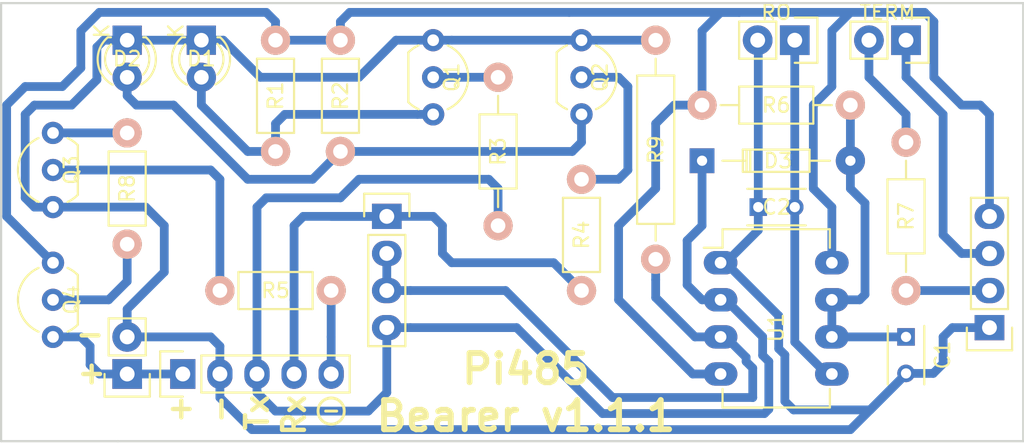
<source format=kicad_pcb>
(kicad_pcb (version 20160815) (host pcbnew "(2016-12-18 revision 3ffa37c)-master")

  (general
    (links 48)
    (no_connects 0)
    (area 29.044999 20.789999 101.0875 51.030001)
    (thickness 1.6)
    (drawings 27)
    (tracks 200)
    (zones 0)
    (modules 25)
    (nets 20)
  )

  (page User 200 119.99)
  (title_block
    (title "Pi485 Bearer")
    (date 2017-02-20)
    (rev 1.1.1)
    (company "Bryan Varner")
    (comment 1 "TTL UART -> RS485 Module")
  )

  (layers
    (0 F.Cu jumper)
    (31 B.Cu signal)
    (32 B.Adhes user)
    (33 F.Adhes user)
    (34 B.Paste user)
    (35 F.Paste user)
    (36 B.SilkS user)
    (37 F.SilkS user)
    (38 B.Mask user)
    (39 F.Mask user)
    (40 Dwgs.User user)
    (41 Cmts.User user)
    (42 Eco1.User user)
    (43 Eco2.User user)
    (44 Edge.Cuts user)
    (45 Margin user)
    (46 B.CrtYd user)
    (47 F.CrtYd user)
    (48 B.Fab user)
    (49 F.Fab user)
  )

  (setup
    (last_trace_width 0.6)
    (trace_clearance 0.5)
    (zone_clearance 0.508)
    (zone_45_only no)
    (trace_min 0.6)
    (segment_width 0.2)
    (edge_width 0.15)
    (via_size 0.8)
    (via_drill 0.4)
    (via_min_size 0.4)
    (via_min_drill 0.3)
    (uvia_size 0.3)
    (uvia_drill 0.1)
    (uvias_allowed no)
    (uvia_min_size 0.2)
    (uvia_min_drill 0.1)
    (pcb_text_width 0.3)
    (pcb_text_size 1.5 1.5)
    (mod_edge_width 0.15)
    (mod_text_size 1 1)
    (mod_text_width 0.15)
    (pad_size 2 2)
    (pad_drill 0.70104)
    (pad_to_mask_clearance 0.2)
    (aux_axis_origin 37.465 20.955)
    (grid_origin 37.465 20.955)
    (visible_elements FFFFFF7F)
    (pcbplotparams
      (layerselection 0x00000_fffffffe)
      (usegerberextensions false)
      (excludeedgelayer true)
      (linewidth 0.100000)
      (plotframeref false)
      (viasonmask false)
      (mode 1)
      (useauxorigin false)
      (hpglpennumber 1)
      (hpglpenspeed 20)
      (hpglpendiameter 15)
      (psnegative false)
      (psa4output false)
      (plotreference true)
      (plotvalue true)
      (plotinvisibletext false)
      (padsonsilk false)
      (subtractmaskfromsilk false)
      (outputformat 5)
      (mirror false)
      (drillshape 1)
      (scaleselection 1)
      (outputdirectory plots/))
  )

  (net 0 "")
  (net 1 "Net-(C1-Pad1)")
  (net 2 GND)
  (net 3 "Net-(D1-Pad2)")
  (net 4 "Net-(D2-Pad2)")
  (net 5 "/(TXDO)_GPIO14")
  (net 6 VCC)
  (net 7 "/(RXDO)_GPIO15")
  (net 8 "/(485PWR)_GPIO18")
  (net 9 "Net-(P4-Pad2)")
  (net 10 /lctec485/B)
  (net 11 "Net-(Q1-Pad2)")
  (net 12 "Net-(Q2-Pad2)")
  (net 13 "Net-(Q3-Pad2)")
  (net 14 /lctec485/DE)
  (net 15 /lctec485/A)
  (net 16 "Net-(Q3-Pad3)")
  (net 17 "Net-(Q4-Pad2)")
  (net 18 /lctec485/VCIN)
  (net 19 "Net-(C2-Pad2)")

  (net_class Default "This is the default net class."
    (clearance 0.5)
    (trace_width 0.6)
    (via_dia 0.8)
    (via_drill 0.4)
    (uvia_dia 0.3)
    (uvia_drill 0.1)
    (diff_pair_gap 0.25)
    (diff_pair_width 0.6)
    (add_net "/(485PWR)_GPIO18")
    (add_net "/(RXDO)_GPIO15")
    (add_net "/(TXDO)_GPIO14")
    (add_net /lctec485/A)
    (add_net /lctec485/B)
    (add_net /lctec485/DE)
    (add_net /lctec485/VCIN)
    (add_net GND)
    (add_net "Net-(C1-Pad1)")
    (add_net "Net-(C2-Pad2)")
    (add_net "Net-(D1-Pad2)")
    (add_net "Net-(D2-Pad2)")
    (add_net "Net-(P4-Pad2)")
    (add_net "Net-(Q1-Pad2)")
    (add_net "Net-(Q2-Pad2)")
    (add_net "Net-(Q3-Pad2)")
    (add_net "Net-(Q3-Pad3)")
    (add_net "Net-(Q4-Pad2)")
    (add_net VCC)
  )

  (module Capacitors_THT:C_Rect_L4_W2.5_P2.5 (layer F.Cu) (tedit 0) (tstamp 58B25A67)
    (at 91.44 43.815 270)
    (descr "Film Capacitor Length 4mm x Width 2.5mm, Pitch 2.5mm")
    (tags Capacitor)
    (path /5881B0E4)
    (fp_text reference C1 (at 1.25 -2.5 270) (layer F.SilkS)
      (effects (font (size 1 1) (thickness 0.15)))
    )
    (fp_text value 10nF (at 1.25 2.5 270) (layer F.Fab)
      (effects (font (size 1 1) (thickness 0.15)))
    )
    (fp_line (start -1 -1.5) (end 3.5 -1.5) (layer F.CrtYd) (width 0.05))
    (fp_line (start 3.5 -1.5) (end 3.5 1.5) (layer F.CrtYd) (width 0.05))
    (fp_line (start 3.5 1.5) (end -1 1.5) (layer F.CrtYd) (width 0.05))
    (fp_line (start -1 1.5) (end -1 -1.5) (layer F.CrtYd) (width 0.05))
    (fp_line (start -0.75 -1.25) (end 3.25 -1.25) (layer F.SilkS) (width 0.15))
    (fp_line (start -0.75 1.25) (end 3.25 1.25) (layer F.SilkS) (width 0.15))
    (pad 1 thru_hole rect (at 0 0 270) (size 1.2 1.2) (drill 0.7) (layers *.Cu *.Mask)
      (net 1 "Net-(C1-Pad1)"))
    (pad 2 thru_hole circle (at 2.5 0 270) (size 1.2 1.2) (drill 0.7) (layers *.Cu *.Mask)
      (net 2 GND))
  )

  (module Resistors_THT:Resistor_Horizontal_RM7mm (layer F.Cu) (tedit 569FCF07) (tstamp 58B2476A)
    (at 69.215 33.02 270)
    (descr "Resistor, Axial,  RM 7.62mm, 1/3W,")
    (tags "Resistor Axial RM 7.62mm 1/3W R3")
    (path /5881B0F9)
    (fp_text reference R4 (at 3.81 0 270) (layer F.SilkS)
      (effects (font (size 1 1) (thickness 0.15)))
    )
    (fp_text value 270 (at 3.81 1.905 270) (layer F.Fab)
      (effects (font (size 1 1) (thickness 0.15)))
    )
    (fp_line (start -1.25 -1.5) (end 8.85 -1.5) (layer F.CrtYd) (width 0.05))
    (fp_line (start -1.25 1.5) (end -1.25 -1.5) (layer F.CrtYd) (width 0.05))
    (fp_line (start 8.85 -1.5) (end 8.85 1.5) (layer F.CrtYd) (width 0.05))
    (fp_line (start -1.25 1.5) (end 8.85 1.5) (layer F.CrtYd) (width 0.05))
    (fp_line (start 1.27 -1.27) (end 6.35 -1.27) (layer F.SilkS) (width 0.15))
    (fp_line (start 6.35 -1.27) (end 6.35 1.27) (layer F.SilkS) (width 0.15))
    (fp_line (start 6.35 1.27) (end 1.27 1.27) (layer F.SilkS) (width 0.15))
    (fp_line (start 1.27 1.27) (end 1.27 -1.27) (layer F.SilkS) (width 0.15))
    (pad 1 thru_hole circle (at 0 0 270) (size 1.99898 1.99898) (drill 1.00076) (layers *.Cu *.SilkS *.Mask)
      (net 12 "Net-(Q2-Pad2)"))
    (pad 2 thru_hole circle (at 7.62 0 270) (size 1.99898 1.99898) (drill 1.00076) (layers *.Cu *.SilkS *.Mask)
      (net 7 "/(RXDO)_GPIO15"))
  )

  (module Capacitors_THT:C_Rect_L4_W2.5_P2.5 (layer F.Cu) (tedit 0) (tstamp 58B24103)
    (at 81.32 34.925)
    (descr "Film Capacitor Length 4mm x Width 2.5mm, Pitch 2.5mm")
    (tags Capacitor)
    (path /58A86CE6)
    (fp_text reference C2 (at 1.25 0) (layer F.SilkS)
      (effects (font (size 1 1) (thickness 0.15)))
    )
    (fp_text value 10nF (at 1.23 -1.905) (layer F.Fab)
      (effects (font (size 1 1) (thickness 0.15)))
    )
    (fp_line (start -1 -1.5) (end 3.5 -1.5) (layer F.CrtYd) (width 0.05))
    (fp_line (start 3.5 -1.5) (end 3.5 1.5) (layer F.CrtYd) (width 0.05))
    (fp_line (start 3.5 1.5) (end -1 1.5) (layer F.CrtYd) (width 0.05))
    (fp_line (start -1 1.5) (end -1 -1.5) (layer F.CrtYd) (width 0.05))
    (fp_line (start -0.75 -1.25) (end 3.25 -1.25) (layer F.SilkS) (width 0.15))
    (fp_line (start -0.75 1.25) (end 3.25 1.25) (layer F.SilkS) (width 0.15))
    (pad 1 thru_hole rect (at 0 0) (size 1.2 1.2) (drill 0.7) (layers *.Cu *.Mask)
      (net 2 GND))
    (pad 2 thru_hole circle (at 2.5 0) (size 1.2 1.2) (drill 0.7) (layers *.Cu *.Mask)
      (net 19 "Net-(C2-Pad2)"))
  )

  (module Resistors_THT:Resistor_Horizontal_RM15mm (layer F.Cu) (tedit 569FCEE8) (tstamp 58B22E09)
    (at 74.295 38.495 90)
    (descr "Resistor, Axial, RM 15mm,")
    (tags "Resistor Axial RM 15mm")
    (path /58A868D1)
    (fp_text reference R9 (at 7.5 0 90) (layer F.SilkS)
      (effects (font (size 1 1) (thickness 0.15)))
    )
    (fp_text value 4.7k (at 7.38 -1.905 90) (layer F.Fab)
      (effects (font (size 1 1) (thickness 0.15)))
    )
    (fp_line (start -1.25 1.5) (end -1.25 -1.5) (layer F.CrtYd) (width 0.05))
    (fp_line (start -1.25 -1.5) (end 16.25 -1.5) (layer F.CrtYd) (width 0.05))
    (fp_line (start 16.25 -1.5) (end 16.25 1.5) (layer F.CrtYd) (width 0.05))
    (fp_line (start 16.25 1.5) (end -1.25 1.5) (layer F.CrtYd) (width 0.05))
    (fp_line (start 2.42 -1.27) (end 2.42 1.27) (layer F.SilkS) (width 0.15))
    (fp_line (start 2.42 1.27) (end 12.58 1.27) (layer F.SilkS) (width 0.15))
    (fp_line (start 12.58 1.27) (end 12.58 -1.27) (layer F.SilkS) (width 0.15))
    (fp_line (start 12.58 -1.27) (end 2.42 -1.27) (layer F.SilkS) (width 0.15))
    (fp_line (start 13.73 0) (end 12.58 0) (layer F.SilkS) (width 0.15))
    (fp_line (start 1.27 0) (end 2.42 0) (layer F.SilkS) (width 0.15))
    (pad 1 thru_hole circle (at 0 0 90) (size 1.99898 1.99898) (drill 1.00076) (layers *.Cu *.SilkS *.Mask)
      (net 14 /lctec485/DE))
    (pad 2 thru_hole circle (at 15 0 90) (size 1.99898 1.99898) (drill 1.00076) (layers *.Cu *.SilkS *.Mask)
      (net 2 GND))
    (model Resistors_ThroughHole.3dshapes/Resistor_Horizontal_RM15mm.wrl
      (at (xyz 0.295 0 0))
      (scale (xyz 0.395 0.4 0.4))
      (rotate (xyz 0 0 0))
    )
  )

  (module Resistors_THT:Resistor_Horizontal_RM7mm (layer F.Cu) (tedit 569FCF07) (tstamp 5881ECC2)
    (at 48.26 31.115 90)
    (descr "Resistor, Axial,  RM 7.62mm, 1/3W,")
    (tags "Resistor Axial RM 7.62mm 1/3W R3")
    (path /5881B0F7)
    (fp_text reference R1 (at 3.81 0 270) (layer F.SilkS)
      (effects (font (size 1 1) (thickness 0.15)))
    )
    (fp_text value 200 (at 3.81 -1.905 90) (layer F.Fab)
      (effects (font (size 1 1) (thickness 0.15)))
    )
    (fp_line (start 1.27 1.27) (end 1.27 -1.27) (layer F.SilkS) (width 0.15))
    (fp_line (start 6.35 1.27) (end 1.27 1.27) (layer F.SilkS) (width 0.15))
    (fp_line (start 6.35 -1.27) (end 6.35 1.27) (layer F.SilkS) (width 0.15))
    (fp_line (start 1.27 -1.27) (end 6.35 -1.27) (layer F.SilkS) (width 0.15))
    (fp_line (start -1.25 1.5) (end 8.85 1.5) (layer F.CrtYd) (width 0.05))
    (fp_line (start 8.85 -1.5) (end 8.85 1.5) (layer F.CrtYd) (width 0.05))
    (fp_line (start -1.25 1.5) (end -1.25 -1.5) (layer F.CrtYd) (width 0.05))
    (fp_line (start -1.25 -1.5) (end 8.85 -1.5) (layer F.CrtYd) (width 0.05))
    (pad 2 thru_hole circle (at 7.62 0 90) (size 1.99898 1.99898) (drill 1.00076) (layers *.Cu *.SilkS *.Mask)
      (net 18 /lctec485/VCIN))
    (pad 1 thru_hole circle (at 0 0 90) (size 1.99898 1.99898) (drill 1.00076) (layers *.Cu *.SilkS *.Mask)
      (net 3 "Net-(D1-Pad2)"))
  )

  (module Resistors_THT:Resistor_Horizontal_RM7mm (layer F.Cu) (tedit 569FCF07) (tstamp 5881ECD2)
    (at 52.705 31.115 90)
    (descr "Resistor, Axial,  RM 7.62mm, 1/3W,")
    (tags "Resistor Axial RM 7.62mm 1/3W R3")
    (path /5881B0F6)
    (fp_text reference R2 (at 3.81 0 270) (layer F.SilkS)
      (effects (font (size 1 1) (thickness 0.15)))
    )
    (fp_text value 200 (at 3.81 -1.905 90) (layer F.Fab)
      (effects (font (size 1 1) (thickness 0.15)))
    )
    (fp_line (start 1.27 1.27) (end 1.27 -1.27) (layer F.SilkS) (width 0.15))
    (fp_line (start 6.35 1.27) (end 1.27 1.27) (layer F.SilkS) (width 0.15))
    (fp_line (start 6.35 -1.27) (end 6.35 1.27) (layer F.SilkS) (width 0.15))
    (fp_line (start 1.27 -1.27) (end 6.35 -1.27) (layer F.SilkS) (width 0.15))
    (fp_line (start -1.25 1.5) (end 8.85 1.5) (layer F.CrtYd) (width 0.05))
    (fp_line (start 8.85 -1.5) (end 8.85 1.5) (layer F.CrtYd) (width 0.05))
    (fp_line (start -1.25 1.5) (end -1.25 -1.5) (layer F.CrtYd) (width 0.05))
    (fp_line (start -1.25 -1.5) (end 8.85 -1.5) (layer F.CrtYd) (width 0.05))
    (pad 2 thru_hole circle (at 7.62 0 90) (size 1.99898 1.99898) (drill 1.00076) (layers *.Cu *.SilkS *.Mask)
      (net 18 /lctec485/VCIN))
    (pad 1 thru_hole circle (at 0 0 90) (size 1.99898 1.99898) (drill 1.00076) (layers *.Cu *.SilkS *.Mask)
      (net 4 "Net-(D2-Pad2)"))
  )

  (module Resistors_THT:Resistor_Horizontal_RM7mm (layer F.Cu) (tedit 569FCF07) (tstamp 5881ED02)
    (at 52.07 40.64 180)
    (descr "Resistor, Axial,  RM 7.62mm, 1/3W,")
    (tags "Resistor Axial RM 7.62mm 1/3W R3")
    (path /5881B0FE)
    (fp_text reference R5 (at 3.81 0) (layer F.SilkS)
      (effects (font (size 1 1) (thickness 0.15)))
    )
    (fp_text value 270 (at 3.81 1.905 180) (layer F.Fab)
      (effects (font (size 1 1) (thickness 0.15)))
    )
    (fp_line (start 1.27 1.27) (end 1.27 -1.27) (layer F.SilkS) (width 0.15))
    (fp_line (start 6.35 1.27) (end 1.27 1.27) (layer F.SilkS) (width 0.15))
    (fp_line (start 6.35 -1.27) (end 6.35 1.27) (layer F.SilkS) (width 0.15))
    (fp_line (start 1.27 -1.27) (end 6.35 -1.27) (layer F.SilkS) (width 0.15))
    (fp_line (start -1.25 1.5) (end 8.85 1.5) (layer F.CrtYd) (width 0.05))
    (fp_line (start 8.85 -1.5) (end 8.85 1.5) (layer F.CrtYd) (width 0.05))
    (fp_line (start -1.25 1.5) (end -1.25 -1.5) (layer F.CrtYd) (width 0.05))
    (fp_line (start -1.25 -1.5) (end 8.85 -1.5) (layer F.CrtYd) (width 0.05))
    (pad 2 thru_hole circle (at 7.62 0 180) (size 1.99898 1.99898) (drill 1.00076) (layers *.Cu *.SilkS *.Mask)
      (net 13 "Net-(Q3-Pad2)"))
    (pad 1 thru_hole circle (at 0 0 180) (size 1.99898 1.99898) (drill 1.00076) (layers *.Cu *.SilkS *.Mask)
      (net 8 "/(485PWR)_GPIO18"))
  )

  (module Resistors_THT:Resistor_Horizontal_RM7mm (layer F.Cu) (tedit 569FCF07) (tstamp 58A0E58A)
    (at 38.1 29.845 270)
    (descr "Resistor, Axial,  RM 7.62mm, 1/3W,")
    (tags "Resistor Axial RM 7.62mm 1/3W R3")
    (path /58A10B33)
    (fp_text reference R8 (at 3.81 0 90) (layer F.SilkS)
      (effects (font (size 1 1) (thickness 0.15)))
    )
    (fp_text value 270 (at 3.81 1.905 270) (layer F.Fab)
      (effects (font (size 1 1) (thickness 0.15)))
    )
    (fp_line (start 1.27 1.27) (end 1.27 -1.27) (layer F.SilkS) (width 0.15))
    (fp_line (start 6.35 1.27) (end 1.27 1.27) (layer F.SilkS) (width 0.15))
    (fp_line (start 6.35 -1.27) (end 6.35 1.27) (layer F.SilkS) (width 0.15))
    (fp_line (start 1.27 -1.27) (end 6.35 -1.27) (layer F.SilkS) (width 0.15))
    (fp_line (start -1.25 1.5) (end 8.85 1.5) (layer F.CrtYd) (width 0.05))
    (fp_line (start 8.85 -1.5) (end 8.85 1.5) (layer F.CrtYd) (width 0.05))
    (fp_line (start -1.25 1.5) (end -1.25 -1.5) (layer F.CrtYd) (width 0.05))
    (fp_line (start -1.25 -1.5) (end 8.85 -1.5) (layer F.CrtYd) (width 0.05))
    (pad 2 thru_hole circle (at 7.62 0 270) (size 1.99898 1.99898) (drill 1.00076) (layers *.Cu *.SilkS *.Mask)
      (net 17 "Net-(Q4-Pad2)"))
    (pad 1 thru_hole circle (at 0 0 270) (size 1.99898 1.99898) (drill 1.00076) (layers *.Cu *.SilkS *.Mask)
      (net 16 "Net-(Q3-Pad3)"))
  )

  (module Resistors_THT:Resistor_Horizontal_RM10mm (layer F.Cu) (tedit 56648415) (tstamp 5881ECE2)
    (at 63.5 26.035 270)
    (descr "Resistor, Axial,  RM 10mm, 1/3W")
    (tags "Resistor Axial RM 10mm 1/3W")
    (path /5881B0F8)
    (fp_text reference R3 (at 5.08 0 270) (layer F.SilkS)
      (effects (font (size 1 1) (thickness 0.15)))
    )
    (fp_text value 270 (at 5.08 1.905 270) (layer F.Fab)
      (effects (font (size 1 1) (thickness 0.15)))
    )
    (fp_line (start 7.62 0) (end 8.89 0) (layer F.SilkS) (width 0.15))
    (fp_line (start 2.54 0) (end 1.27 0) (layer F.SilkS) (width 0.15))
    (fp_line (start 2.54 1.27) (end 2.54 -1.27) (layer F.SilkS) (width 0.15))
    (fp_line (start 7.62 1.27) (end 2.54 1.27) (layer F.SilkS) (width 0.15))
    (fp_line (start 7.62 -1.27) (end 7.62 1.27) (layer F.SilkS) (width 0.15))
    (fp_line (start 2.54 -1.27) (end 7.62 -1.27) (layer F.SilkS) (width 0.15))
    (fp_line (start -1.25 1.5) (end 11.4 1.5) (layer F.CrtYd) (width 0.05))
    (fp_line (start 11.4 -1.5) (end 11.4 1.5) (layer F.CrtYd) (width 0.05))
    (fp_line (start -1.25 1.5) (end -1.25 -1.5) (layer F.CrtYd) (width 0.05))
    (fp_line (start -1.25 -1.5) (end 11.4 -1.5) (layer F.CrtYd) (width 0.05))
    (pad 2 thru_hole circle (at 10.16 0 270) (size 1.99898 1.99898) (drill 1.00076) (layers *.Cu *.SilkS *.Mask)
      (net 5 "/(TXDO)_GPIO14"))
    (pad 1 thru_hole circle (at 0 0 270) (size 1.99898 1.99898) (drill 1.00076) (layers *.Cu *.SilkS *.Mask)
      (net 11 "Net-(Q1-Pad2)"))
    (model Resistors_ThroughHole.3dshapes/Resistor_Horizontal_RM10mm.wrl
      (at (xyz 0.2 0 0))
      (scale (xyz 0.4 0.4 0.4))
      (rotate (xyz 0 0 0))
    )
  )

  (module TO_SOT_Packages_THT:TO-92_Inline_Wide (layer F.Cu) (tedit 54F242B4) (tstamp 5881EC92)
    (at 59.055 23.495 270)
    (descr "TO-92 leads in-line, wide, drill 0.8mm (see NXP sot054_po.pdf)")
    (tags "to-92 sc-43 sc-43a sot54 PA33 transistor")
    (path /5881B0F2)
    (fp_text reference Q1 (at 2.54 -1.27 270) (layer F.SilkS)
      (effects (font (size 1 1) (thickness 0.15)))
    )
    (fp_text value 2N3904 (at 2.54 2.54 270) (layer F.Fab)
      (effects (font (size 1 1) (thickness 0.15)))
    )
    (fp_line (start 6.1 1.95) (end 6.1 -2.65) (layer F.CrtYd) (width 0.05))
    (fp_line (start -1 -2.65) (end 6.1 -2.65) (layer F.CrtYd) (width 0.05))
    (fp_arc (start 2.54 0) (end 2.54 -2.4) (angle 65.55604127) (layer F.SilkS) (width 0.15))
    (fp_arc (start 2.54 0) (end 2.54 -2.4) (angle -65.55604127) (layer F.SilkS) (width 0.15))
    (fp_line (start 0.84 1.7) (end 4.24 1.7) (layer F.SilkS) (width 0.15))
    (fp_line (start -1 1.95) (end 6.1 1.95) (layer F.CrtYd) (width 0.05))
    (fp_line (start -1 1.95) (end -1 -2.65) (layer F.CrtYd) (width 0.05))
    (fp_arc (start 2.54 0) (end 4.24 1.7) (angle -20.5) (layer F.SilkS) (width 0.15))
    (fp_arc (start 2.54 0) (end 0.84 1.7) (angle 20.5) (layer F.SilkS) (width 0.15))
    (pad 1 thru_hole circle (at 0 0) (size 1.524 1.524) (drill 0.8) (layers *.Cu *.Mask)
      (net 2 GND))
    (pad 3 thru_hole circle (at 5.08 0) (size 1.524 1.524) (drill 0.8) (layers *.Cu *.Mask)
      (net 3 "Net-(D1-Pad2)"))
    (pad 2 thru_hole circle (at 2.54 0) (size 1.524 1.524) (drill 0.8) (layers *.Cu *.Mask)
      (net 11 "Net-(Q1-Pad2)"))
    (model TO_SOT_Packages_THT.3dshapes/TO-92_Inline_Wide.wrl
      (at (xyz 0.1 0 0))
      (scale (xyz 1 1 1))
      (rotate (xyz 0 0 -90))
    )
  )

  (module TO_SOT_Packages_THT:TO-92_Inline_Wide (layer F.Cu) (tedit 54F242B4) (tstamp 58A0E442)
    (at 33.02 43.815 90)
    (descr "TO-92 leads in-line, wide, drill 0.8mm (see NXP sot054_po.pdf)")
    (tags "to-92 sc-43 sc-43a sot54 PA33 transistor")
    (path /58A10CFB)
    (fp_text reference Q4 (at 2.54 1.27 90) (layer F.SilkS)
      (effects (font (size 1 1) (thickness 0.15)))
    )
    (fp_text value 2N3906 (at 2.54 -1.905 90) (layer F.Fab)
      (effects (font (size 1 1) (thickness 0.15)))
    )
    (fp_arc (start 2.54 0) (end 0.84 1.7) (angle 20.5) (layer F.SilkS) (width 0.15))
    (fp_arc (start 2.54 0) (end 4.24 1.7) (angle -20.5) (layer F.SilkS) (width 0.15))
    (fp_line (start -1 1.95) (end -1 -2.65) (layer F.CrtYd) (width 0.05))
    (fp_line (start -1 1.95) (end 6.1 1.95) (layer F.CrtYd) (width 0.05))
    (fp_line (start 0.84 1.7) (end 4.24 1.7) (layer F.SilkS) (width 0.15))
    (fp_arc (start 2.54 0) (end 2.54 -2.4) (angle -65.55604127) (layer F.SilkS) (width 0.15))
    (fp_arc (start 2.54 0) (end 2.54 -2.4) (angle 65.55604127) (layer F.SilkS) (width 0.15))
    (fp_line (start -1 -2.65) (end 6.1 -2.65) (layer F.CrtYd) (width 0.05))
    (fp_line (start 6.1 1.95) (end 6.1 -2.65) (layer F.CrtYd) (width 0.05))
    (pad 2 thru_hole circle (at 2.54 0 180) (size 1.524 1.524) (drill 0.8) (layers *.Cu *.Mask)
      (net 17 "Net-(Q4-Pad2)"))
    (pad 3 thru_hole circle (at 5.08 0 180) (size 1.524 1.524) (drill 0.8) (layers *.Cu *.Mask)
      (net 18 /lctec485/VCIN))
    (pad 1 thru_hole circle (at 0 0 180) (size 1.524 1.524) (drill 0.8) (layers *.Cu *.Mask)
      (net 6 VCC))
    (model TO_SOT_Packages_THT.3dshapes/TO-92_Inline_Wide.wrl
      (at (xyz 0.1 0 0))
      (scale (xyz 1 1 1))
      (rotate (xyz 0 0 -90))
    )
  )

  (module TO_SOT_Packages_THT:TO-92_Inline_Wide (layer F.Cu) (tedit 54F242B4) (tstamp 5881ECB2)
    (at 33.02 34.925 90)
    (descr "TO-92 leads in-line, wide, drill 0.8mm (see NXP sot054_po.pdf)")
    (tags "to-92 sc-43 sc-43a sot54 PA33 transistor")
    (path /5881B0FF)
    (fp_text reference Q3 (at 2.54 1.27 90) (layer F.SilkS)
      (effects (font (size 1 1) (thickness 0.15)))
    )
    (fp_text value 2N3904 (at 2.54 -1.905 90) (layer F.Fab)
      (effects (font (size 1 1) (thickness 0.15)))
    )
    (fp_line (start 6.1 1.95) (end 6.1 -2.65) (layer F.CrtYd) (width 0.05))
    (fp_line (start -1 -2.65) (end 6.1 -2.65) (layer F.CrtYd) (width 0.05))
    (fp_arc (start 2.54 0) (end 2.54 -2.4) (angle 65.55604127) (layer F.SilkS) (width 0.15))
    (fp_arc (start 2.54 0) (end 2.54 -2.4) (angle -65.55604127) (layer F.SilkS) (width 0.15))
    (fp_line (start 0.84 1.7) (end 4.24 1.7) (layer F.SilkS) (width 0.15))
    (fp_line (start -1 1.95) (end 6.1 1.95) (layer F.CrtYd) (width 0.05))
    (fp_line (start -1 1.95) (end -1 -2.65) (layer F.CrtYd) (width 0.05))
    (fp_arc (start 2.54 0) (end 4.24 1.7) (angle -20.5) (layer F.SilkS) (width 0.15))
    (fp_arc (start 2.54 0) (end 0.84 1.7) (angle 20.5) (layer F.SilkS) (width 0.15))
    (pad 1 thru_hole circle (at 0 0 180) (size 1.524 1.524) (drill 0.8) (layers *.Cu *.Mask)
      (net 2 GND))
    (pad 3 thru_hole circle (at 5.08 0 180) (size 1.524 1.524) (drill 0.8) (layers *.Cu *.Mask)
      (net 16 "Net-(Q3-Pad3)"))
    (pad 2 thru_hole circle (at 2.54 0 180) (size 1.524 1.524) (drill 0.8) (layers *.Cu *.Mask)
      (net 13 "Net-(Q3-Pad2)"))
    (model TO_SOT_Packages_THT.3dshapes/TO-92_Inline_Wide.wrl
      (at (xyz 0.1 0 0))
      (scale (xyz 1 1 1))
      (rotate (xyz 0 0 -90))
    )
  )

  (module TO_SOT_Packages_THT:TO-92_Inline_Wide (layer F.Cu) (tedit 54F242B4) (tstamp 5881ECA2)
    (at 69.215 23.495 270)
    (descr "TO-92 leads in-line, wide, drill 0.8mm (see NXP sot054_po.pdf)")
    (tags "to-92 sc-43 sc-43a sot54 PA33 transistor")
    (path /5881B0F3)
    (fp_text reference Q2 (at 2.54 -1.27 270) (layer F.SilkS)
      (effects (font (size 1 1) (thickness 0.15)))
    )
    (fp_text value 2N3904 (at 2.54 2.54 270) (layer F.Fab)
      (effects (font (size 1 1) (thickness 0.15)))
    )
    (fp_line (start 6.1 1.95) (end 6.1 -2.65) (layer F.CrtYd) (width 0.05))
    (fp_line (start -1 -2.65) (end 6.1 -2.65) (layer F.CrtYd) (width 0.05))
    (fp_arc (start 2.54 0) (end 2.54 -2.4) (angle 65.55604127) (layer F.SilkS) (width 0.15))
    (fp_arc (start 2.54 0) (end 2.54 -2.4) (angle -65.55604127) (layer F.SilkS) (width 0.15))
    (fp_line (start 0.84 1.7) (end 4.24 1.7) (layer F.SilkS) (width 0.15))
    (fp_line (start -1 1.95) (end 6.1 1.95) (layer F.CrtYd) (width 0.05))
    (fp_line (start -1 1.95) (end -1 -2.65) (layer F.CrtYd) (width 0.05))
    (fp_arc (start 2.54 0) (end 4.24 1.7) (angle -20.5) (layer F.SilkS) (width 0.15))
    (fp_arc (start 2.54 0) (end 0.84 1.7) (angle 20.5) (layer F.SilkS) (width 0.15))
    (pad 1 thru_hole circle (at 0 0) (size 1.524 1.524) (drill 0.8) (layers *.Cu *.Mask)
      (net 2 GND))
    (pad 3 thru_hole circle (at 5.08 0) (size 1.524 1.524) (drill 0.8) (layers *.Cu *.Mask)
      (net 4 "Net-(D2-Pad2)"))
    (pad 2 thru_hole circle (at 2.54 0) (size 1.524 1.524) (drill 0.8) (layers *.Cu *.Mask)
      (net 12 "Net-(Q2-Pad2)"))
    (model TO_SOT_Packages_THT.3dshapes/TO-92_Inline_Wide.wrl
      (at (xyz 0.1 0 0))
      (scale (xyz 1 1 1))
      (rotate (xyz 0 0 -90))
    )
  )

  (module Pin_Headers:Pin_Header_Straight_1x02 (layer F.Cu) (tedit 58A52526) (tstamp 589EA343)
    (at 91.44 23.495 270)
    (descr "Through hole pin header")
    (tags "pin header")
    (path /5881F5E0)
    (fp_text reference P4 (at 0.635 5.08 180) (layer F.SilkS) hide
      (effects (font (size 1 1) (thickness 0.15)))
    )
    (fp_text value TERM (at -1.905 1.27 180) (layer F.SilkS)
      (effects (font (size 1 1) (thickness 0.15)))
    )
    (fp_line (start -1.27 3.81) (end 1.27 3.81) (layer F.SilkS) (width 0.15))
    (fp_line (start -1.27 1.27) (end -1.27 3.81) (layer F.SilkS) (width 0.15))
    (fp_line (start -1.55 -1.55) (end 1.55 -1.55) (layer F.SilkS) (width 0.15))
    (fp_line (start -1.55 0) (end -1.55 -1.55) (layer F.SilkS) (width 0.15))
    (fp_line (start 1.27 1.27) (end -1.27 1.27) (layer F.SilkS) (width 0.15))
    (fp_line (start -1.75 4.3) (end 1.75 4.3) (layer F.CrtYd) (width 0.05))
    (fp_line (start -1.75 -1.75) (end 1.75 -1.75) (layer F.CrtYd) (width 0.05))
    (fp_line (start 1.75 -1.75) (end 1.75 4.3) (layer F.CrtYd) (width 0.05))
    (fp_line (start -1.75 -1.75) (end -1.75 4.3) (layer F.CrtYd) (width 0.05))
    (fp_line (start 1.55 -1.55) (end 1.55 0) (layer F.SilkS) (width 0.15))
    (fp_line (start 1.27 1.27) (end 1.27 3.81) (layer F.SilkS) (width 0.15))
    (pad 2 thru_hole oval (at 0 2.54 270) (size 2.032 2.032) (drill 1.016) (layers *.Cu *.Mask)
      (net 9 "Net-(P4-Pad2)"))
    (pad 1 thru_hole rect (at 0 0 270) (size 2.032 2.032) (drill 1.016) (layers *.Cu *.Mask)
      (net 10 /lctec485/B))
    (model Pin_Headers.3dshapes/Pin_Header_Straight_1x02.wrl
      (at (xyz 0 -0.05 0))
      (scale (xyz 1 1 1))
      (rotate (xyz 0 0 90))
    )
  )

  (module Pin_Headers:Pin_Header_Straight_1x02 (layer F.Cu) (tedit 58A52529) (tstamp 589EA312)
    (at 83.82 23.495 270)
    (descr "Through hole pin header")
    (tags "pin header")
    (path /5881B0FD)
    (fp_text reference P3 (at -0.635 -3.175) (layer F.SilkS) hide
      (effects (font (size 1 1) (thickness 0.15)))
    )
    (fp_text value RO (at -1.905 1.27) (layer F.SilkS)
      (effects (font (size 1 1) (thickness 0.15)))
    )
    (fp_line (start 1.27 1.27) (end 1.27 3.81) (layer F.SilkS) (width 0.15))
    (fp_line (start 1.55 -1.55) (end 1.55 0) (layer F.SilkS) (width 0.15))
    (fp_line (start -1.75 -1.75) (end -1.75 4.3) (layer F.CrtYd) (width 0.05))
    (fp_line (start 1.75 -1.75) (end 1.75 4.3) (layer F.CrtYd) (width 0.05))
    (fp_line (start -1.75 -1.75) (end 1.75 -1.75) (layer F.CrtYd) (width 0.05))
    (fp_line (start -1.75 4.3) (end 1.75 4.3) (layer F.CrtYd) (width 0.05))
    (fp_line (start 1.27 1.27) (end -1.27 1.27) (layer F.SilkS) (width 0.15))
    (fp_line (start -1.55 0) (end -1.55 -1.55) (layer F.SilkS) (width 0.15))
    (fp_line (start -1.55 -1.55) (end 1.55 -1.55) (layer F.SilkS) (width 0.15))
    (fp_line (start -1.27 1.27) (end -1.27 3.81) (layer F.SilkS) (width 0.15))
    (fp_line (start -1.27 3.81) (end 1.27 3.81) (layer F.SilkS) (width 0.15))
    (pad 1 thru_hole rect (at 0 0 270) (size 2.032 2.032) (drill 1.016) (layers *.Cu *.Mask)
      (net 19 "Net-(C2-Pad2)"))
    (pad 2 thru_hole oval (at 0 2.54 270) (size 2.032 2.032) (drill 1.016) (layers *.Cu *.Mask)
      (net 2 GND))
    (model Pin_Headers.3dshapes/Pin_Header_Straight_1x02.wrl
      (at (xyz 0 -0.05 0))
      (scale (xyz 1 1 1))
      (rotate (xyz 0 0 90))
    )
  )

  (module Pin_Headers:Pin_Header_Straight_1x02 (layer F.Cu) (tedit 58A5245F) (tstamp 5888ACC6)
    (at 38.1 46.355 180)
    (descr "Through hole pin header")
    (tags "pin header")
    (path /5881B0F1)
    (fp_text reference P1 (at 0 -2.54 180) (layer F.SilkS) hide
      (effects (font (size 1 1) (thickness 0.15)))
    )
    (fp_text value PWR (at 0 5.08 180) (layer F.Fab)
      (effects (font (size 1 1) (thickness 0.15)))
    )
    (fp_line (start 1.27 1.27) (end 1.27 3.81) (layer F.SilkS) (width 0.15))
    (fp_line (start 1.55 -1.55) (end 1.55 0) (layer F.SilkS) (width 0.15))
    (fp_line (start -1.75 -1.75) (end -1.75 4.3) (layer F.CrtYd) (width 0.05))
    (fp_line (start 1.75 -1.75) (end 1.75 4.3) (layer F.CrtYd) (width 0.05))
    (fp_line (start -1.75 -1.75) (end 1.75 -1.75) (layer F.CrtYd) (width 0.05))
    (fp_line (start -1.75 4.3) (end 1.75 4.3) (layer F.CrtYd) (width 0.05))
    (fp_line (start 1.27 1.27) (end -1.27 1.27) (layer F.SilkS) (width 0.15))
    (fp_line (start -1.55 0) (end -1.55 -1.55) (layer F.SilkS) (width 0.15))
    (fp_line (start -1.55 -1.55) (end 1.55 -1.55) (layer F.SilkS) (width 0.15))
    (fp_line (start -1.27 1.27) (end -1.27 3.81) (layer F.SilkS) (width 0.15))
    (fp_line (start -1.27 3.81) (end 1.27 3.81) (layer F.SilkS) (width 0.15))
    (pad 1 thru_hole rect (at 0 0 180) (size 2.032 2.032) (drill 1.016) (layers *.Cu *.Mask)
      (net 6 VCC))
    (pad 2 thru_hole oval (at 0 2.54 180) (size 2.032 2.032) (drill 1.016) (layers *.Cu *.Mask)
      (net 2 GND))
    (model Pin_Headers.3dshapes/Pin_Header_Straight_1x02.wrl
      (at (xyz 0 -0.05 0))
      (scale (xyz 1 1 1))
      (rotate (xyz 0 0 90))
    )
  )

  (module Pin_Headers:Pin_Header_Straight_1x05 (layer F.Cu) (tedit 58A52463) (tstamp 5888AC8D)
    (at 41.91 46.355 90)
    (descr "Through hole pin header")
    (tags "pin header")
    (path /5881B0F0)
    (fp_text reference P2 (at 0 -2.54 90) (layer F.SilkS) hide
      (effects (font (size 1 1) (thickness 0.15)))
    )
    (fp_text value "Rasperry Pi" (at 2.54 2.54) (layer F.Fab)
      (effects (font (size 1 1) (thickness 0.15)))
    )
    (fp_line (start -1.55 0) (end -1.55 -1.55) (layer F.SilkS) (width 0.15))
    (fp_line (start -1.55 -1.55) (end 1.55 -1.55) (layer F.SilkS) (width 0.15))
    (fp_line (start 1.55 -1.55) (end 1.55 0) (layer F.SilkS) (width 0.15))
    (fp_line (start -1.75 -1.75) (end -1.75 11.95) (layer F.CrtYd) (width 0.05))
    (fp_line (start 1.75 -1.75) (end 1.75 11.95) (layer F.CrtYd) (width 0.05))
    (fp_line (start -1.75 -1.75) (end 1.75 -1.75) (layer F.CrtYd) (width 0.05))
    (fp_line (start -1.75 11.95) (end 1.75 11.95) (layer F.CrtYd) (width 0.05))
    (fp_line (start 1.27 1.27) (end 1.27 11.43) (layer F.SilkS) (width 0.15))
    (fp_line (start 1.27 11.43) (end -1.27 11.43) (layer F.SilkS) (width 0.15))
    (fp_line (start -1.27 11.43) (end -1.27 1.27) (layer F.SilkS) (width 0.15))
    (fp_line (start 1.27 1.27) (end -1.27 1.27) (layer F.SilkS) (width 0.15))
    (pad 1 thru_hole rect (at 0 0 90) (size 2.032 1.7272) (drill 1.016) (layers *.Cu *.Mask)
      (net 6 VCC))
    (pad 2 thru_hole oval (at 0 2.54 90) (size 2.032 1.7272) (drill 1.016) (layers *.Cu *.Mask)
      (net 2 GND))
    (pad 3 thru_hole oval (at 0 5.08 90) (size 2.032 1.7272) (drill 1.016) (layers *.Cu *.Mask)
      (net 5 "/(TXDO)_GPIO14"))
    (pad 4 thru_hole oval (at 0 7.62 90) (size 2.032 1.7272) (drill 1.016) (layers *.Cu *.Mask)
      (net 7 "/(RXDO)_GPIO15"))
    (pad 5 thru_hole oval (at 0 10.16 90) (size 2.032 1.7272) (drill 1.016) (layers *.Cu *.Mask)
      (net 8 "/(485PWR)_GPIO18"))
    (model Pin_Headers.3dshapes/Pin_Header_Straight_1x05.wrl
      (at (xyz 0 -0.2 0))
      (scale (xyz 1 1 1))
      (rotate (xyz 0 0 90))
    )
  )

  (module Resistors_THT:Resistor_Horizontal_RM10mm (layer F.Cu) (tedit 58824FCA) (tstamp 588230E5)
    (at 91.44 30.48 270)
    (descr "Resistor, Axial,  RM 10mm, 1/3W")
    (tags "Resistor Axial RM 10mm 1/3W")
    (path /5881F20C)
    (fp_text reference R7 (at 5.08 0 90) (layer F.SilkS)
      (effects (font (size 1 1) (thickness 0.15)))
    )
    (fp_text value 120 (at 5.08 1.905 270) (layer F.Fab)
      (effects (font (size 1 1) (thickness 0.15)))
    )
    (fp_line (start -1.25 -1.5) (end 11.4 -1.5) (layer F.CrtYd) (width 0.05))
    (fp_line (start -1.25 1.5) (end -1.25 -1.5) (layer F.CrtYd) (width 0.05))
    (fp_line (start 11.4 -1.5) (end 11.4 1.5) (layer F.CrtYd) (width 0.05))
    (fp_line (start -1.25 1.5) (end 11.4 1.5) (layer F.CrtYd) (width 0.05))
    (fp_line (start 2.54 -1.27) (end 7.62 -1.27) (layer F.SilkS) (width 0.15))
    (fp_line (start 7.62 -1.27) (end 7.62 1.27) (layer F.SilkS) (width 0.15))
    (fp_line (start 7.62 1.27) (end 2.54 1.27) (layer F.SilkS) (width 0.15))
    (fp_line (start 2.54 1.27) (end 2.54 -1.27) (layer F.SilkS) (width 0.15))
    (fp_line (start 2.54 0) (end 1.27 0) (layer F.SilkS) (width 0.15))
    (fp_line (start 7.62 0) (end 8.89 0) (layer F.SilkS) (width 0.15))
    (pad 1 thru_hole circle (at 0 0 270) (size 1.99898 1.99898) (drill 1.00076) (layers *.Cu *.SilkS *.Mask)
      (net 9 "Net-(P4-Pad2)"))
    (pad 2 thru_hole circle (at 10.16 0 270) (size 1.99898 1.99898) (drill 1.00076) (layers *.Cu *.SilkS *.Mask)
      (net 15 /lctec485/A))
    (model Resistors_ThroughHole.3dshapes/Resistor_Horizontal_RM10mm.wrl
      (at (xyz 0.2 0 0))
      (scale (xyz 0.4 0.4 0.4))
      (rotate (xyz 0 0 0))
    )
  )

  (module Socket_Strips:Socket_Strip_Straight_1x04 (layer F.Cu) (tedit 58A52417) (tstamp 58822F99)
    (at 97.155 43.18 90)
    (descr "Through hole socket strip")
    (tags "socket strip")
    (path /58816C1D/5881786B)
    (fp_text reference P6 (at -2.54 0) (layer F.SilkS) hide
      (effects (font (size 1 1) (thickness 0.15)))
    )
    (fp_text value CONN_01X04 (at 3.81 2.54 90) (layer F.Fab) hide
      (effects (font (size 1 1) (thickness 0.15)))
    )
    (fp_line (start -1.55 -1.55) (end -1.55 1.55) (layer F.SilkS) (width 0.15))
    (fp_line (start 0 -1.55) (end -1.55 -1.55) (layer F.SilkS) (width 0.15))
    (fp_line (start 1.27 1.27) (end 1.27 -1.27) (layer F.SilkS) (width 0.15))
    (fp_line (start 8.89 -1.27) (end 8.89 1.27) (layer F.SilkS) (width 0.15))
    (fp_line (start -1.55 1.55) (end 0 1.55) (layer F.SilkS) (width 0.15))
    (fp_line (start 1.27 1.27) (end 8.89 1.27) (layer F.SilkS) (width 0.15))
    (fp_line (start 1.27 -1.27) (end 8.89 -1.27) (layer F.SilkS) (width 0.15))
    (fp_line (start -1.75 1.75) (end 9.4 1.75) (layer F.CrtYd) (width 0.05))
    (fp_line (start -1.75 -1.75) (end 9.4 -1.75) (layer F.CrtYd) (width 0.05))
    (fp_line (start 9.4 -1.75) (end 9.4 1.75) (layer F.CrtYd) (width 0.05))
    (fp_line (start -1.75 -1.75) (end -1.75 1.75) (layer F.CrtYd) (width 0.05))
    (pad 4 thru_hole oval (at 7.62 0 90) (size 1.7272 2.032) (drill 1.016) (layers *.Cu *.Mask)
      (net 18 /lctec485/VCIN))
    (pad 3 thru_hole oval (at 5.08 0 90) (size 1.7272 2.032) (drill 1.016) (layers *.Cu *.Mask)
      (net 10 /lctec485/B))
    (pad 2 thru_hole oval (at 2.54 0 90) (size 1.7272 2.032) (drill 1.016) (layers *.Cu *.Mask)
      (net 15 /lctec485/A))
    (pad 1 thru_hole rect (at 0 0 90) (size 1.7272 2.032) (drill 1.016) (layers *.Cu *.Mask)
      (net 2 GND))
    (model Socket_Strips.3dshapes/Socket_Strip_Straight_1x04.wrl
      (at (xyz 0.15 0 0))
      (scale (xyz 1 1 1))
      (rotate (xyz 0 0 180))
    )
  )

  (module Socket_Strips:Socket_Strip_Straight_1x04 (layer F.Cu) (tedit 58A52413) (tstamp 58822F62)
    (at 55.88 35.56 270)
    (descr "Through hole socket strip")
    (tags "socket strip")
    (path /58816C1D/5881780E)
    (fp_text reference P5 (at -2.54 0 180) (layer F.SilkS) hide
      (effects (font (size 1 1) (thickness 0.15)))
    )
    (fp_text value CONN_01X04 (at 0 -3.1 270) (layer F.Fab) hide
      (effects (font (size 1 1) (thickness 0.15)))
    )
    (fp_line (start -1.75 -1.75) (end -1.75 1.75) (layer F.CrtYd) (width 0.05))
    (fp_line (start 9.4 -1.75) (end 9.4 1.75) (layer F.CrtYd) (width 0.05))
    (fp_line (start -1.75 -1.75) (end 9.4 -1.75) (layer F.CrtYd) (width 0.05))
    (fp_line (start -1.75 1.75) (end 9.4 1.75) (layer F.CrtYd) (width 0.05))
    (fp_line (start 1.27 -1.27) (end 8.89 -1.27) (layer F.SilkS) (width 0.15))
    (fp_line (start 1.27 1.27) (end 8.89 1.27) (layer F.SilkS) (width 0.15))
    (fp_line (start -1.55 1.55) (end 0 1.55) (layer F.SilkS) (width 0.15))
    (fp_line (start 8.89 -1.27) (end 8.89 1.27) (layer F.SilkS) (width 0.15))
    (fp_line (start 1.27 1.27) (end 1.27 -1.27) (layer F.SilkS) (width 0.15))
    (fp_line (start 0 -1.55) (end -1.55 -1.55) (layer F.SilkS) (width 0.15))
    (fp_line (start -1.55 -1.55) (end -1.55 1.55) (layer F.SilkS) (width 0.15))
    (pad 1 thru_hole rect (at 0 0 270) (size 1.7272 2.032) (drill 1.016) (layers *.Cu *.Mask)
      (net 7 "/(RXDO)_GPIO15"))
    (pad 2 thru_hole oval (at 2.54 0 270) (size 1.7272 2.032) (drill 1.016) (layers *.Cu *.Mask)
      (net 14 /lctec485/DE))
    (pad 3 thru_hole oval (at 5.08 0 270) (size 1.7272 2.032) (drill 1.016) (layers *.Cu *.Mask)
      (net 14 /lctec485/DE))
    (pad 4 thru_hole oval (at 7.62 0 270) (size 1.7272 2.032) (drill 1.016) (layers *.Cu *.Mask)
      (net 5 "/(TXDO)_GPIO14"))
    (model Socket_Strips.3dshapes/Socket_Strip_Straight_1x04.wrl
      (at (xyz 0.15 0 0))
      (scale (xyz 1 1 1))
      (rotate (xyz 0 0 180))
    )
  )

  (module LEDs:LED-3MM (layer F.Cu) (tedit 559B82F6) (tstamp 5881EC0C)
    (at 43.18 23.495 270)
    (descr "LED 3mm round vertical")
    (tags "LED  3mm round vertical")
    (path /5881B0F4)
    (fp_text reference D1 (at 1.27 0) (layer F.SilkS)
      (effects (font (size 1 1) (thickness 0.15)))
    )
    (fp_text value TX (at 3.81 2.54 180) (layer F.Fab)
      (effects (font (size 1 1) (thickness 0.15)))
    )
    (fp_line (start -1.2 2.3) (end 3.8 2.3) (layer F.CrtYd) (width 0.05))
    (fp_line (start 3.8 2.3) (end 3.8 -2.2) (layer F.CrtYd) (width 0.05))
    (fp_line (start 3.8 -2.2) (end -1.2 -2.2) (layer F.CrtYd) (width 0.05))
    (fp_line (start -1.2 -2.2) (end -1.2 2.3) (layer F.CrtYd) (width 0.05))
    (fp_line (start -0.199 1.314) (end -0.199 1.114) (layer F.SilkS) (width 0.15))
    (fp_line (start -0.199 -1.28) (end -0.199 -1.1) (layer F.SilkS) (width 0.15))
    (fp_arc (start 1.301 0.034) (end -0.199 -1.286) (angle 108.5) (layer F.SilkS) (width 0.15))
    (fp_arc (start 1.301 0.034) (end 0.25 -1.1) (angle 85.7) (layer F.SilkS) (width 0.15))
    (fp_arc (start 1.311 0.034) (end 3.051 0.994) (angle 110) (layer F.SilkS) (width 0.15))
    (fp_arc (start 1.301 0.034) (end 2.335 1.094) (angle 87.5) (layer F.SilkS) (width 0.15))
    (fp_text user K (at -0.635 1.74 270) (layer F.SilkS)
      (effects (font (size 1 1) (thickness 0.15)))
    )
    (pad 1 thru_hole rect (at 0 0) (size 2 2) (drill 1.00076) (layers *.Cu *.Mask)
      (net 2 GND))
    (pad 2 thru_hole circle (at 2.54 0 270) (size 2 2) (drill 1.00076) (layers *.Cu *.Mask)
      (net 3 "Net-(D1-Pad2)"))
    (model LEDs.3dshapes/LED-3MM.wrl
      (at (xyz 0.05 0 0))
      (scale (xyz 1 1 1))
      (rotate (xyz 0 0 90))
    )
  )

  (module LEDs:LED-3MM (layer F.Cu) (tedit 58A0E512) (tstamp 5881EC1D)
    (at 38.1 23.495 270)
    (descr "LED 3mm round vertical")
    (tags "LED  3mm round vertical")
    (path /5881B0F5)
    (fp_text reference D2 (at 1.27 0) (layer F.SilkS)
      (effects (font (size 1 1) (thickness 0.15)))
    )
    (fp_text value RX (at 3.81 3.175 180) (layer F.Fab)
      (effects (font (size 1 1) (thickness 0.15)))
    )
    (fp_line (start -1.2 2.3) (end 3.8 2.3) (layer F.CrtYd) (width 0.05))
    (fp_line (start 3.8 2.3) (end 3.8 -2.2) (layer F.CrtYd) (width 0.05))
    (fp_line (start 3.8 -2.2) (end -1.2 -2.2) (layer F.CrtYd) (width 0.05))
    (fp_line (start -1.2 -2.2) (end -1.2 2.3) (layer F.CrtYd) (width 0.05))
    (fp_line (start -0.199 1.314) (end -0.199 1.114) (layer F.SilkS) (width 0.15))
    (fp_line (start -0.199 -1.28) (end -0.199 -1.1) (layer F.SilkS) (width 0.15))
    (fp_arc (start 1.301 0.034) (end -0.199 -1.286) (angle 108.5) (layer F.SilkS) (width 0.15))
    (fp_arc (start 1.301 0.034) (end 0.25 -1.1) (angle 85.7) (layer F.SilkS) (width 0.15))
    (fp_arc (start 1.311 0.034) (end 3.051 0.994) (angle 110) (layer F.SilkS) (width 0.15))
    (fp_arc (start 1.301 0.034) (end 2.335 1.094) (angle 87.5) (layer F.SilkS) (width 0.15))
    (fp_text user K (at -0.635 1.74 270) (layer F.SilkS)
      (effects (font (size 1 1) (thickness 0.15)))
    )
    (pad 1 thru_hole rect (at 0 0) (size 2 2) (drill 1.00076) (layers *.Cu *.Mask)
      (net 2 GND))
    (pad 2 thru_hole circle (at 2.54 0 270) (size 2 2) (drill 1.00076) (layers *.Cu *.Mask)
      (net 4 "Net-(D2-Pad2)"))
    (model LEDs.3dshapes/LED-3MM.wrl
      (at (xyz 0.05 0 0))
      (scale (xyz 1 1 1))
      (rotate (xyz 0 0 90))
    )
  )

  (module Diodes_THT:Diode_DO-35_SOD27_Horizontal_RM10 (layer F.Cu) (tedit 589A2A62) (tstamp 5881EC2C)
    (at 77.46948 31.75254)
    (descr "Diode, DO-35,  SOD27, Horizontal, RM 10mm")
    (tags "Diode, DO-35, SOD27, Horizontal, RM 10mm, 1N4148,")
    (path /5881B0FC)
    (fp_text reference D3 (at 5.20752 -0.00254 -180) (layer F.SilkS)
      (effects (font (size 1 1) (thickness 0.15)))
    )
    (fp_text value BAT43 (at 5.08052 -1.27254) (layer F.Fab)
      (effects (font (size 1 1) (thickness 0.15)))
    )
    (fp_line (start 7.36652 -0.00254) (end 8.76352 -0.00254) (layer F.SilkS) (width 0.15))
    (fp_line (start 2.92152 -0.00254) (end 1.39752 -0.00254) (layer F.SilkS) (width 0.15))
    (fp_line (start 3.30252 -0.76454) (end 3.30252 0.75946) (layer F.SilkS) (width 0.15))
    (fp_line (start 3.04852 -0.76454) (end 3.04852 0.75946) (layer F.SilkS) (width 0.15))
    (fp_line (start 2.79452 -0.00254) (end 2.79452 0.75946) (layer F.SilkS) (width 0.15))
    (fp_line (start 2.79452 0.75946) (end 7.36652 0.75946) (layer F.SilkS) (width 0.15))
    (fp_line (start 7.36652 0.75946) (end 7.36652 -0.76454) (layer F.SilkS) (width 0.15))
    (fp_line (start 7.36652 -0.76454) (end 2.79452 -0.76454) (layer F.SilkS) (width 0.15))
    (fp_line (start 2.79452 -0.76454) (end 2.79452 -0.00254) (layer F.SilkS) (width 0.15))
    (pad 2 thru_hole circle (at 10.16052 -0.00254 180) (size 2 2) (drill 0.70104) (layers *.Cu *.Mask)
      (net 1 "Net-(C1-Pad1)"))
    (pad 1 thru_hole rect (at 0.00052 -0.00254 180) (size 1.69926 1.69926) (drill 0.70104) (layers *.Cu *.Mask)
      (net 5 "/(TXDO)_GPIO14"))
    (model Diodes_ThroughHole.3dshapes/Diode_DO-35_SOD27_Horizontal_RM10.wrl
      (at (xyz 0.2 0 0))
      (scale (xyz 0.4 0.4 0.4))
      (rotate (xyz 0 0 180))
    )
  )

  (module Resistors_THT:Resistor_Horizontal_RM10mm (layer F.Cu) (tedit 56648415) (tstamp 5881ED12)
    (at 87.63 27.94 180)
    (descr "Resistor, Axial,  RM 10mm, 1/3W")
    (tags "Resistor Axial RM 10mm 1/3W")
    (path /5881B0E3)
    (fp_text reference R6 (at 5.08 0) (layer F.SilkS)
      (effects (font (size 1 1) (thickness 0.15)))
    )
    (fp_text value 3.9k (at 5.08 1.905 180) (layer F.Fab)
      (effects (font (size 1 1) (thickness 0.15)))
    )
    (fp_line (start -1.25 -1.5) (end 11.4 -1.5) (layer F.CrtYd) (width 0.05))
    (fp_line (start -1.25 1.5) (end -1.25 -1.5) (layer F.CrtYd) (width 0.05))
    (fp_line (start 11.4 -1.5) (end 11.4 1.5) (layer F.CrtYd) (width 0.05))
    (fp_line (start -1.25 1.5) (end 11.4 1.5) (layer F.CrtYd) (width 0.05))
    (fp_line (start 2.54 -1.27) (end 7.62 -1.27) (layer F.SilkS) (width 0.15))
    (fp_line (start 7.62 -1.27) (end 7.62 1.27) (layer F.SilkS) (width 0.15))
    (fp_line (start 7.62 1.27) (end 2.54 1.27) (layer F.SilkS) (width 0.15))
    (fp_line (start 2.54 1.27) (end 2.54 -1.27) (layer F.SilkS) (width 0.15))
    (fp_line (start 2.54 0) (end 1.27 0) (layer F.SilkS) (width 0.15))
    (fp_line (start 7.62 0) (end 8.89 0) (layer F.SilkS) (width 0.15))
    (pad 1 thru_hole circle (at 0 0 180) (size 1.99898 1.99898) (drill 1.00076) (layers *.Cu *.SilkS *.Mask)
      (net 1 "Net-(C1-Pad1)"))
    (pad 2 thru_hole circle (at 10.16 0 180) (size 1.99898 1.99898) (drill 1.00076) (layers *.Cu *.SilkS *.Mask)
      (net 18 /lctec485/VCIN))
    (model Resistors_ThroughHole.3dshapes/Resistor_Horizontal_RM10mm.wrl
      (at (xyz 0.2 0 0))
      (scale (xyz 0.4 0.4 0.4))
      (rotate (xyz 0 0 0))
    )
  )

  (module Housings_DIP:DIP-8_W7.62mm_LongPads (layer F.Cu) (tedit 54130A77) (tstamp 5881ED29)
    (at 78.74 38.735)
    (descr "8-lead dip package, row spacing 7.62 mm (300 mils), longer pads")
    (tags "dil dip 2.54 300")
    (path /5881B0E2)
    (fp_text reference U1 (at 3.81 4.445 -90) (layer F.SilkS)
      (effects (font (size 1 1) (thickness 0.15)))
    )
    (fp_text value NE555 (at 4.445 -1.27) (layer F.Fab)
      (effects (font (size 1 1) (thickness 0.15)))
    )
    (fp_line (start -1.4 -2.45) (end -1.4 10.1) (layer F.CrtYd) (width 0.05))
    (fp_line (start 9 -2.45) (end 9 10.1) (layer F.CrtYd) (width 0.05))
    (fp_line (start -1.4 -2.45) (end 9 -2.45) (layer F.CrtYd) (width 0.05))
    (fp_line (start -1.4 10.1) (end 9 10.1) (layer F.CrtYd) (width 0.05))
    (fp_line (start 0.135 -2.295) (end 0.135 -1.025) (layer F.SilkS) (width 0.15))
    (fp_line (start 7.485 -2.295) (end 7.485 -1.025) (layer F.SilkS) (width 0.15))
    (fp_line (start 7.485 9.915) (end 7.485 8.645) (layer F.SilkS) (width 0.15))
    (fp_line (start 0.135 9.915) (end 0.135 8.645) (layer F.SilkS) (width 0.15))
    (fp_line (start 0.135 -2.295) (end 7.485 -2.295) (layer F.SilkS) (width 0.15))
    (fp_line (start 0.135 9.915) (end 7.485 9.915) (layer F.SilkS) (width 0.15))
    (fp_line (start 0.135 -1.025) (end -1.15 -1.025) (layer F.SilkS) (width 0.15))
    (pad 1 thru_hole oval (at 0 0) (size 2.3 1.6) (drill 0.8) (layers *.Cu *.Mask)
      (net 2 GND))
    (pad 2 thru_hole oval (at 0 2.54) (size 2.3 1.6) (drill 0.8) (layers *.Cu *.Mask)
      (net 5 "/(TXDO)_GPIO14"))
    (pad 3 thru_hole oval (at 0 5.08) (size 2.3 1.6) (drill 0.8) (layers *.Cu *.Mask)
      (net 14 /lctec485/DE))
    (pad 4 thru_hole oval (at 0 7.62) (size 2.3 1.6) (drill 0.8) (layers *.Cu *.Mask)
      (net 18 /lctec485/VCIN))
    (pad 5 thru_hole oval (at 7.62 7.62) (size 2.3 1.6) (drill 0.8) (layers *.Cu *.Mask)
      (net 19 "Net-(C2-Pad2)"))
    (pad 6 thru_hole oval (at 7.62 5.08) (size 2.3 1.6) (drill 0.8) (layers *.Cu *.Mask)
      (net 1 "Net-(C1-Pad1)"))
    (pad 7 thru_hole oval (at 7.62 2.54) (size 2.3 1.6) (drill 0.8) (layers *.Cu *.Mask)
      (net 1 "Net-(C1-Pad1)"))
    (pad 8 thru_hole oval (at 7.62 0) (size 2.3 1.6) (drill 0.8) (layers *.Cu *.Mask)
      (net 18 /lctec485/VCIN))
    (model Housings_DIP.3dshapes/DIP-8_W7.62mm_LongPads.wrl
      (at (xyz 0 0 0))
      (scale (xyz 1 1 1))
      (rotate (xyz 0 0 0))
    )
  )

  (gr_line (start 99.465 20.955) (end 99.465 50.955) (layer Edge.Cuts) (width 0.15))
  (gr_circle (center 32.465 23.955) (end 33.465 23.955) (layer Margin) (width 0.2))
  (gr_line (start 32.465 21.955) (end 32.465 25.955) (layer Margin) (width 0.2))
  (gr_line (start 34.465 23.955) (end 30.465 23.955) (layer Margin) (width 0.2))
  (gr_circle (center 32.465 47.955) (end 33.465 47.955) (layer Margin) (width 0.2))
  (gr_line (start 32.465 45.955) (end 32.465 49.955) (layer Margin) (width 0.2))
  (gr_line (start 34.465 47.955) (end 30.465 47.955) (layer Margin) (width 0.2))
  (gr_circle (center 96.465 47.955) (end 97.465 47.955) (layer Margin) (width 0.2))
  (gr_line (start 96.465 49.955) (end 96.465 45.955) (layer Margin) (width 0.2))
  (gr_line (start 94.465 47.955) (end 98.465 47.955) (layer Margin) (width 0.2))
  (gr_circle (center 96.465 23.955) (end 97.465 23.955) (layer Margin) (width 0.2))
  (gr_line (start 96.465 21.955) (end 96.465 25.955) (layer Margin) (width 0.2))
  (gr_line (start 98.465 23.955) (end 94.465 23.955) (layer Margin) (width 0.2))
  (gr_text + (at 35.56 46.355 90) (layer F.SilkS) (tstamp 58A5E176)
    (effects (font (size 1.5 1.5) (thickness 0.3)) (justify mirror))
  )
  (gr_text - (at 35.56 43.815 180) (layer F.SilkS) (tstamp 58A5E175)
    (effects (font (size 1.5 1.5) (thickness 0.3)))
  )
  (gr_line (start 51.689 48.895) (end 52.451 48.895) (layer F.SilkS) (width 0.2))
  (gr_circle (center 52.07 48.895) (end 52.705 49.53) (layer F.SilkS) (width 0.2))
  (gr_text Tx (at 46.99 47.625 90) (layer F.SilkS) (tstamp 58A5E13D)
    (effects (font (size 1.5 1.5) (thickness 0.3)) (justify right))
  )
  (gr_text Rx (at 49.53 47.625 90) (layer F.SilkS) (tstamp 58A5E13C)
    (effects (font (size 1.5 1.5) (thickness 0.3)) (justify right))
  )
  (gr_text - (at 44.45 47.625 90) (layer F.SilkS)
    (effects (font (size 1.5 1.5) (thickness 0.3)) (justify right))
  )
  (gr_text + (at 41.91 47.625 270) (layer F.SilkS)
    (effects (font (size 1.5 1.5) (thickness 0.3)) (justify right mirror))
  )
  (gr_text "Pi485\nBearer v1.1.1" (at 65.405 47.625) (layer F.SilkS)
    (effects (font (size 2 2) (thickness 0.4)))
  )
  (gr_line (start 29.465 50.955) (end 37.465 50.955) (layer Edge.Cuts) (width 0.15))
  (gr_line (start 29.465 20.955) (end 29.465 50.955) (layer Edge.Cuts) (width 0.15))
  (gr_line (start 37.465 20.955) (end 29.465 20.955) (layer Edge.Cuts) (width 0.15))
  (gr_line (start 99.465 50.955) (end 37.465 50.955) (layer Edge.Cuts) (width 0.15))
  (gr_line (start 99.465 20.955) (end 37.465 20.955) (layer Edge.Cuts) (width 0.15))

  (segment (start 87.63 27.94) (end 87.63 31.75) (width 0.6) (layer B.Cu) (net 1))
  (segment (start 87.63 31.75) (end 87.63 33.655) (width 0.6) (layer B.Cu) (net 1))
  (segment (start 87.63 33.655) (end 88.629999 34.654999) (width 0.6) (layer B.Cu) (net 1))
  (segment (start 88.629999 34.654999) (end 88.629999 40.910001) (width 0.6) (layer B.Cu) (net 1))
  (segment (start 88.629999 40.910001) (end 88.265 41.275) (width 0.6) (layer B.Cu) (net 1))
  (segment (start 88.265 41.275) (end 86.36 41.275) (width 0.6) (layer B.Cu) (net 1))
  (segment (start 86.36 43.815) (end 91.44 43.815) (width 0.6) (layer B.Cu) (net 1))
  (segment (start 86.36 41.275) (end 86.36 43.815) (width 0.6) (layer B.Cu) (net 1))
  (segment (start 81.32 34.925) (end 81.32 23.535) (width 0.6) (layer B.Cu) (net 2))
  (segment (start 81.32 23.535) (end 81.28 23.495) (width 0.6) (layer B.Cu) (net 2))
  (segment (start 81.32 24.17) (end 81.28 24.13) (width 0.6) (layer B.Cu) (net 2))
  (segment (start 91.44 46.315) (end 93.305 46.315) (width 0.6) (layer B.Cu) (net 2))
  (segment (start 93.305 46.315) (end 93.98 45.64) (width 0.6) (layer B.Cu) (net 2))
  (segment (start 93.98 45.64) (end 93.98 43.815) (width 0.6) (layer B.Cu) (net 2))
  (segment (start 93.98 43.815) (end 94.615 43.18) (width 0.6) (layer B.Cu) (net 2))
  (segment (start 94.615 43.18) (end 97.155 43.18) (width 0.6) (layer B.Cu) (net 2))
  (segment (start 91.44 46.355) (end 88.98 48.815) (width 0.6) (layer B.Cu) (net 2))
  (segment (start 88.98 48.815) (end 83.74 48.815) (width 0.6) (layer B.Cu) (net 2))
  (segment (start 83.142011 48.217011) (end 83.142011 45.042661) (width 0.6) (layer B.Cu) (net 2))
  (segment (start 83.74 48.815) (end 83.142011 48.217011) (width 0.6) (layer B.Cu) (net 2))
  (segment (start 83.142011 45.042661) (end 82.719989 44.620639) (width 0.6) (layer B.Cu) (net 2))
  (segment (start 82.719989 44.620639) (end 82.719989 42.364989) (width 0.6) (layer B.Cu) (net 2))
  (segment (start 82.719989 42.364989) (end 79.09 38.735) (width 0.6) (layer B.Cu) (net 2))
  (segment (start 44.45 46.355) (end 44.45 47.971) (width 0.6) (layer B.Cu) (net 2))
  (segment (start 44.45 47.971) (end 46.644 50.165) (width 0.6) (layer B.Cu) (net 2))
  (segment (start 87.63 50.165) (end 91.44 46.355) (width 0.6) (layer B.Cu) (net 2))
  (segment (start 46.644 50.165) (end 87.63 50.165) (width 0.6) (layer B.Cu) (net 2))
  (segment (start 74.295 23.495) (end 69.215 23.495) (width 0.6) (layer B.Cu) (net 2))
  (segment (start 79.09 38.735) (end 81.32 36.505) (width 0.6) (layer B.Cu) (net 2))
  (segment (start 81.32 36.505) (end 81.32 34.925) (width 0.6) (layer B.Cu) (net 2))
  (segment (start 79.09 38.735) (end 78.74 38.735) (width 0.6) (layer B.Cu) (net 2))
  (segment (start 31.115002 34.289998) (end 31.750004 34.925) (width 0.6) (layer B.Cu) (net 2))
  (segment (start 31.115002 28.574998) (end 31.115002 34.289998) (width 0.6) (layer B.Cu) (net 2))
  (segment (start 31.75 27.94) (end 31.115002 28.574998) (width 0.6) (layer B.Cu) (net 2))
  (segment (start 34.29 27.94) (end 31.75 27.94) (width 0.6) (layer B.Cu) (net 2))
  (segment (start 31.94237 34.925) (end 33.02 34.925) (width 0.6) (layer B.Cu) (net 2))
  (segment (start 36.025011 26.204989) (end 34.29 27.94) (width 0.6) (layer B.Cu) (net 2))
  (segment (start 36.025011 23.969989) (end 36.025011 26.204989) (width 0.6) (layer B.Cu) (net 2))
  (segment (start 31.750004 34.925) (end 31.94237 34.925) (width 0.6) (layer B.Cu) (net 2))
  (segment (start 36.5 23.495) (end 36.025011 23.969989) (width 0.6) (layer B.Cu) (net 2))
  (segment (start 38.1 23.495) (end 36.5 23.495) (width 0.6) (layer B.Cu) (net 2))
  (segment (start 33.02 34.925) (end 39.37 34.925) (width 0.6) (layer B.Cu) (net 2))
  (segment (start 39.37 34.925) (end 40.64 36.195) (width 0.6) (layer B.Cu) (net 2))
  (segment (start 40.64 36.195) (end 40.64 39.37) (width 0.6) (layer B.Cu) (net 2))
  (segment (start 40.64 39.37) (end 38.1 41.91) (width 0.6) (layer B.Cu) (net 2))
  (segment (start 38.1 41.91) (end 38.1 43.815) (width 0.6) (layer B.Cu) (net 2))
  (segment (start 69.215 23.495) (end 60.325 23.495) (width 0.6) (layer B.Cu) (net 2))
  (segment (start 60.325 23.495) (end 59.055 23.495) (width 0.6) (layer B.Cu) (net 2))
  (segment (start 43.18 23.495) (end 44.68 23.495) (width 0.6) (layer B.Cu) (net 2))
  (segment (start 44.68 23.495) (end 47.22 26.035) (width 0.6) (layer B.Cu) (net 2))
  (segment (start 47.22 26.035) (end 53.975 26.035) (width 0.6) (layer B.Cu) (net 2))
  (segment (start 53.975 26.035) (end 56.515 23.495) (width 0.6) (layer B.Cu) (net 2))
  (segment (start 56.515 23.495) (end 59.055 23.495) (width 0.6) (layer B.Cu) (net 2))
  (segment (start 38.1 23.495) (end 43.18 23.495) (width 0.6) (layer B.Cu) (net 2))
  (segment (start 38.1 43.815) (end 43.815 43.815) (width 0.6) (layer B.Cu) (net 2))
  (segment (start 43.815 43.815) (end 44.45 44.45) (width 0.6) (layer B.Cu) (net 2))
  (segment (start 44.45 44.45) (end 44.45 46.355) (width 0.6) (layer B.Cu) (net 2))
  (segment (start 43.18 26.035) (end 43.18 27.94) (width 0.6) (layer B.Cu) (net 3))
  (segment (start 43.18 27.94) (end 46.355 31.115) (width 0.6) (layer B.Cu) (net 3))
  (segment (start 46.355 31.115) (end 48.26 31.115) (width 0.6) (layer B.Cu) (net 3))
  (segment (start 48.26 31.115) (end 48.26 29.21) (width 0.6) (layer B.Cu) (net 3))
  (segment (start 48.26 29.21) (end 48.895 28.575) (width 0.6) (layer B.Cu) (net 3))
  (segment (start 48.895 28.575) (end 57.97737 28.575) (width 0.6) (layer B.Cu) (net 3))
  (segment (start 57.97737 28.575) (end 59.055 28.575) (width 0.6) (layer B.Cu) (net 3))
  (segment (start 52.705 31.115) (end 50.8 33.02) (width 0.6) (layer B.Cu) (net 4))
  (segment (start 50.8 33.02) (end 46.355 33.02) (width 0.6) (layer B.Cu) (net 4))
  (segment (start 46.355 33.02) (end 41.275 27.94) (width 0.6) (layer B.Cu) (net 4))
  (segment (start 41.275 27.94) (end 38.735 27.94) (width 0.6) (layer B.Cu) (net 4))
  (segment (start 38.735 27.94) (end 38.1 27.305) (width 0.6) (layer B.Cu) (net 4))
  (segment (start 38.1 27.305) (end 38.1 26.035) (width 0.6) (layer B.Cu) (net 4))
  (segment (start 52.705 31.115) (end 68.58 31.115) (width 0.6) (layer B.Cu) (net 4))
  (segment (start 68.58 31.115) (end 69.215 30.48) (width 0.6) (layer B.Cu) (net 4))
  (segment (start 69.215 30.48) (end 69.215 28.575) (width 0.6) (layer B.Cu) (net 4))
  (segment (start 77.47 31.75) (end 77.47 36.195) (width 0.6) (layer B.Cu) (net 5))
  (segment (start 78.74 41.275) (end 77.47 41.275) (width 0.6) (layer B.Cu) (net 5))
  (segment (start 77.47 41.275) (end 76.45 40.255) (width 0.6) (layer B.Cu) (net 5))
  (segment (start 76.45 40.255) (end 76.45 37.215) (width 0.6) (layer B.Cu) (net 5))
  (segment (start 76.45 37.215) (end 77.47 36.195) (width 0.6) (layer B.Cu) (net 5))
  (segment (start 70.654989 49.064989) (end 64.77 43.18) (width 0.6) (layer B.Cu) (net 5))
  (segment (start 82.042 45.4983) (end 82.042 48.768) (width 0.6) (layer B.Cu) (net 5))
  (segment (start 81.619978 43.804978) (end 81.619978 45.076278) (width 0.6) (layer B.Cu) (net 5))
  (segment (start 79.09 41.275) (end 81.619978 43.804978) (width 0.6) (layer B.Cu) (net 5))
  (segment (start 78.74 41.275) (end 79.09 41.275) (width 0.6) (layer B.Cu) (net 5))
  (segment (start 82.042 48.768) (end 81.745011 49.064989) (width 0.6) (layer B.Cu) (net 5))
  (segment (start 64.77 43.18) (end 57.496 43.18) (width 0.6) (layer B.Cu) (net 5))
  (segment (start 81.619978 45.076278) (end 82.042 45.4983) (width 0.6) (layer B.Cu) (net 5))
  (segment (start 57.496 43.18) (end 55.88 43.18) (width 0.6) (layer B.Cu) (net 5))
  (segment (start 81.745011 49.064989) (end 70.654989 49.064989) (width 0.6) (layer B.Cu) (net 5))
  (segment (start 46.99 34.925) (end 46.99 46.355) (width 0.6) (layer B.Cu) (net 5))
  (segment (start 47.625 34.29) (end 46.99 34.925) (width 0.6) (layer B.Cu) (net 5))
  (segment (start 55.88 43.18) (end 55.88 47.625) (width 0.6) (layer B.Cu) (net 5))
  (segment (start 55.88 47.625) (end 54.61 48.895) (width 0.6) (layer B.Cu) (net 5))
  (segment (start 54.61 48.895) (end 48.26 48.895) (width 0.6) (layer B.Cu) (net 5))
  (segment (start 48.26 48.895) (end 46.99 47.625) (width 0.6) (layer B.Cu) (net 5))
  (segment (start 46.99 47.625) (end 46.99 46.355) (width 0.6) (layer B.Cu) (net 5))
  (segment (start 52.705 34.29) (end 47.625 34.29) (width 0.6) (layer B.Cu) (net 5))
  (segment (start 53.975 33.02) (end 52.705 34.29) (width 0.6) (layer B.Cu) (net 5))
  (segment (start 62.865 33.02) (end 53.975 33.02) (width 0.6) (layer B.Cu) (net 5))
  (segment (start 63.5 33.655) (end 62.865 33.02) (width 0.6) (layer B.Cu) (net 5))
  (segment (start 63.5 36.195) (end 63.5 33.655) (width 0.6) (layer B.Cu) (net 5))
  (segment (start 33.02 43.815) (end 34.925 43.815) (width 0.6) (layer B.Cu) (net 6))
  (segment (start 34.925 43.815) (end 35.56 44.45) (width 0.6) (layer B.Cu) (net 6))
  (segment (start 35.56 44.45) (end 35.56 45.72) (width 0.6) (layer B.Cu) (net 6))
  (segment (start 35.56 45.72) (end 36.195 46.355) (width 0.6) (layer B.Cu) (net 6))
  (segment (start 36.195 46.355) (end 38.1 46.355) (width 0.6) (layer B.Cu) (net 6))
  (segment (start 38.1 46.355) (end 41.91 46.355) (width 0.6) (layer B.Cu) (net 6))
  (segment (start 59.055 35.56) (end 55.88 35.56) (width 0.6) (layer B.Cu) (net 7))
  (segment (start 59.69 36.195) (end 59.055 35.56) (width 0.6) (layer B.Cu) (net 7))
  (segment (start 59.69 38.1) (end 59.69 36.195) (width 0.6) (layer B.Cu) (net 7))
  (segment (start 60.325 38.735) (end 59.69 38.1) (width 0.6) (layer B.Cu) (net 7))
  (segment (start 67.31 38.735) (end 60.325 38.735) (width 0.6) (layer B.Cu) (net 7))
  (segment (start 69.215 40.64) (end 67.31 38.735) (width 0.6) (layer B.Cu) (net 7))
  (segment (start 52.07 35.56) (end 55.88 35.56) (width 0.6) (layer B.Cu) (net 7))
  (segment (start 55.88 35.56) (end 50.165 35.56) (width 0.6) (layer B.Cu) (net 7))
  (segment (start 50.165 35.56) (end 49.53 36.195) (width 0.6) (layer B.Cu) (net 7))
  (segment (start 49.53 36.195) (end 49.53 41.275) (width 0.6) (layer B.Cu) (net 7))
  (segment (start 49.53 41.275) (end 49.53 46.355) (width 0.6) (layer B.Cu) (net 7))
  (segment (start 52.07 40.64) (end 52.07 43.815) (width 0.6) (layer B.Cu) (net 8))
  (segment (start 52.07 43.815) (end 52.07 46.355) (width 0.6) (layer B.Cu) (net 8))
  (segment (start 88.9 26.035) (end 88.9 23.495) (width 0.6) (layer B.Cu) (net 9))
  (segment (start 91.44 30.48) (end 91.44 28.575) (width 0.6) (layer B.Cu) (net 9))
  (segment (start 91.44 28.575) (end 88.9 26.035) (width 0.6) (layer B.Cu) (net 9))
  (segment (start 91.44 26.035) (end 91.44 23.495) (width 0.6) (layer B.Cu) (net 10))
  (segment (start 91.44 26.035) (end 93.98 28.575) (width 0.6) (layer B.Cu) (net 10))
  (segment (start 93.98 28.575) (end 93.98 36.83) (width 0.6) (layer B.Cu) (net 10))
  (segment (start 93.98 36.83) (end 95.25 38.1) (width 0.6) (layer B.Cu) (net 10))
  (segment (start 95.25 38.1) (end 97.155 38.1) (width 0.6) (layer B.Cu) (net 10))
  (segment (start 59.055 26.035) (end 63.5 26.035) (width 0.6) (layer B.Cu) (net 11))
  (segment (start 71.755 33.02) (end 69.215 33.02) (width 0.6) (layer B.Cu) (net 12))
  (segment (start 72.39 32.385) (end 71.755 33.02) (width 0.6) (layer B.Cu) (net 12))
  (segment (start 69.215 26.035) (end 71.755 26.035) (width 0.6) (layer B.Cu) (net 12))
  (segment (start 72.39 26.67) (end 72.39 32.385) (width 0.6) (layer B.Cu) (net 12))
  (segment (start 71.755 26.035) (end 72.39 26.67) (width 0.6) (layer B.Cu) (net 12))
  (segment (start 44.45 40.64) (end 44.45 33.02) (width 0.6) (layer B.Cu) (net 13))
  (segment (start 44.45 33.02) (end 43.815 32.385) (width 0.6) (layer B.Cu) (net 13))
  (segment (start 43.815 32.385) (end 34.09763 32.385) (width 0.6) (layer B.Cu) (net 13))
  (segment (start 34.09763 32.385) (end 33.02 32.385) (width 0.6) (layer B.Cu) (net 13))
  (segment (start 78.74 43.815) (end 76.99 43.815) (width 0.6) (layer B.Cu) (net 14))
  (segment (start 76.99 43.815) (end 74.295 41.12) (width 0.6) (layer B.Cu) (net 14))
  (segment (start 74.295 41.12) (end 74.295 39.908492) (width 0.6) (layer B.Cu) (net 14))
  (segment (start 74.295 39.908492) (end 74.295 38.495) (width 0.6) (layer B.Cu) (net 14))
  (segment (start 57.496 40.64) (end 55.88 40.64) (width 0.6) (layer B.Cu) (net 14))
  (segment (start 64.011752 40.64) (end 57.496 40.64) (width 0.6) (layer B.Cu) (net 14))
  (segment (start 71.33673 47.964978) (end 64.011752 40.64) (width 0.6) (layer B.Cu) (net 14))
  (segment (start 80.940022 47.964978) (end 71.33673 47.964978) (width 0.6) (layer B.Cu) (net 14))
  (segment (start 80.941989 47.963011) (end 80.940022 47.964978) (width 0.6) (layer B.Cu) (net 14))
  (segment (start 80.49 45.215) (end 80.49 45.50195) (width 0.6) (layer B.Cu) (net 14))
  (segment (start 80.49 45.50195) (end 80.941989 45.953939) (width 0.6) (layer B.Cu) (net 14))
  (segment (start 80.941989 45.953939) (end 80.941989 47.963011) (width 0.6) (layer B.Cu) (net 14))
  (segment (start 78.74 43.815) (end 79.09 43.815) (width 0.6) (layer B.Cu) (net 14))
  (segment (start 79.09 43.815) (end 80.49 45.215) (width 0.6) (layer B.Cu) (net 14))
  (segment (start 55.88 38.1) (end 55.88 40.64) (width 0.6) (layer B.Cu) (net 14))
  (segment (start 91.44 40.64) (end 97.155 40.64) (width 0.6) (layer B.Cu) (net 15))
  (segment (start 33.02 29.845) (end 38.1 29.845) (width 0.6) (layer B.Cu) (net 16))
  (segment (start 38.1 37.465) (end 38.1 40.005) (width 0.6) (layer B.Cu) (net 17))
  (segment (start 38.1 40.005) (end 36.83 41.275) (width 0.6) (layer B.Cu) (net 17))
  (segment (start 36.83 41.275) (end 33.02 41.275) (width 0.6) (layer B.Cu) (net 17))
  (segment (start 78.74 46.355) (end 76.835 46.355) (width 0.6) (layer B.Cu) (net 18))
  (segment (start 76.835 46.355) (end 71.755 41.275) (width 0.6) (layer B.Cu) (net 18))
  (segment (start 71.755 41.275) (end 71.755 36.195) (width 0.6) (layer B.Cu) (net 18))
  (segment (start 71.755 36.195) (end 74.295 33.655) (width 0.6) (layer B.Cu) (net 18))
  (segment (start 74.295 33.655) (end 74.295 29.21) (width 0.6) (layer B.Cu) (net 18))
  (segment (start 74.295 29.21) (end 75.565 27.94) (width 0.6) (layer B.Cu) (net 18))
  (segment (start 75.565 27.94) (end 77.47 27.94) (width 0.6) (layer B.Cu) (net 18))
  (segment (start 77.47 27.94) (end 77.47 22.86) (width 0.6) (layer B.Cu) (net 18))
  (segment (start 77.47 22.86) (end 78.74 21.59) (width 0.6) (layer B.Cu) (net 18))
  (segment (start 78.74 21.59) (end 80.01 21.59) (width 0.6) (layer B.Cu) (net 18))
  (segment (start 87.63 21.59) (end 92.71 21.59) (width 0.6) (layer B.Cu) (net 18))
  (segment (start 96.52 27.94) (end 97.155 28.575) (width 0.6) (layer B.Cu) (net 18))
  (segment (start 97.155 28.575) (end 97.155 35.56) (width 0.6) (layer B.Cu) (net 18))
  (segment (start 92.71 21.59) (end 93.345 22.225) (width 0.6) (layer B.Cu) (net 18))
  (segment (start 95.25 27.94) (end 96.52 27.94) (width 0.6) (layer B.Cu) (net 18))
  (segment (start 93.345 22.225) (end 93.345 26.035) (width 0.6) (layer B.Cu) (net 18))
  (segment (start 93.345 26.035) (end 95.25 27.94) (width 0.6) (layer B.Cu) (net 18))
  (segment (start 86.36 38.735) (end 86.36 34.925) (width 0.6) (layer B.Cu) (net 18))
  (segment (start 86.36 34.925) (end 85.09 33.655) (width 0.6) (layer B.Cu) (net 18))
  (segment (start 85.09 33.655) (end 85.09 27.94) (width 0.6) (layer B.Cu) (net 18))
  (segment (start 85.09 27.94) (end 86.36 26.67) (width 0.6) (layer B.Cu) (net 18))
  (segment (start 86.36 26.67) (end 86.36 22.86) (width 0.6) (layer B.Cu) (net 18))
  (segment (start 86.36 22.86) (end 87.63 21.59) (width 0.6) (layer B.Cu) (net 18))
  (segment (start 34.925 22.86) (end 34.925 25.4) (width 0.6) (layer B.Cu) (net 18))
  (segment (start 29.845 35.56) (end 33.02 38.735) (width 0.6) (layer B.Cu) (net 18))
  (segment (start 36.195 21.59) (end 34.925 22.86) (width 0.6) (layer B.Cu) (net 18))
  (segment (start 48.26 22.225) (end 47.625 21.59) (width 0.6) (layer B.Cu) (net 18))
  (segment (start 34.925 25.4) (end 33.655 26.67) (width 0.6) (layer B.Cu) (net 18))
  (segment (start 48.26 23.495) (end 48.26 22.225) (width 0.6) (layer B.Cu) (net 18))
  (segment (start 47.625 21.59) (end 36.195 21.59) (width 0.6) (layer B.Cu) (net 18))
  (segment (start 33.655 26.67) (end 31.115 26.67) (width 0.6) (layer B.Cu) (net 18))
  (segment (start 31.115 26.67) (end 29.845 27.94) (width 0.6) (layer B.Cu) (net 18))
  (segment (start 29.845 27.94) (end 29.845 35.56) (width 0.6) (layer B.Cu) (net 18))
  (segment (start 52.705 23.495) (end 52.705 22.225) (width 0.6) (layer B.Cu) (net 18))
  (segment (start 52.705 22.225) (end 53.34 21.59) (width 0.6) (layer B.Cu) (net 18))
  (segment (start 53.34 21.59) (end 68.370675 21.59) (width 0.6) (layer B.Cu) (net 18))
  (segment (start 68.370675 21.59) (end 80.01 21.59) (width 0.6) (layer B.Cu) (net 18))
  (segment (start 87.63 21.59) (end 80.01 21.59) (width 0.6) (layer B.Cu) (net 18))
  (segment (start 48.26 23.495) (end 52.705 23.495) (width 0.6) (layer B.Cu) (net 18))
  (segment (start 83.82 34.925) (end 83.82 23.495) (width 0.6) (layer B.Cu) (net 19))
  (segment (start 83.82 34.925) (end 83.82 44.165) (width 0.6) (layer B.Cu) (net 19))
  (segment (start 83.82 44.165) (end 86.01 46.355) (width 0.6) (layer B.Cu) (net 19))
  (segment (start 86.01 46.355) (end 86.36 46.355) (width 0.6) (layer B.Cu) (net 19))

)

</source>
